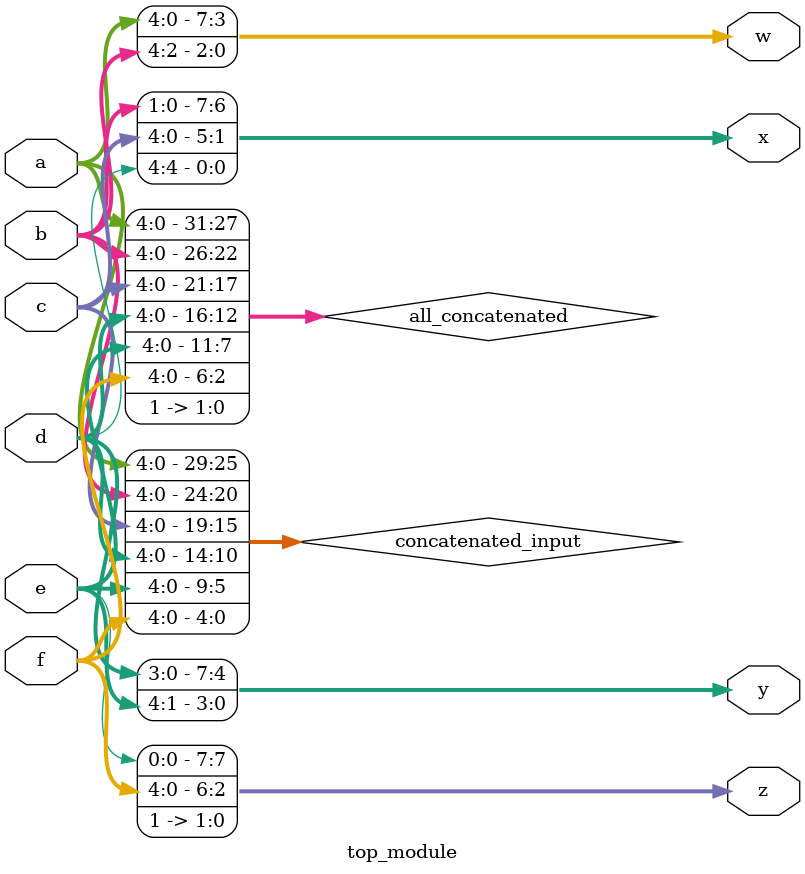
<source format=sv>
module top_module (
    input [4:0] a,
    input [4:0] b,
    input [4:0] c,
    input [4:0] d,
    input [4:0] e,
    input [4:0] f,
    output [7:0] w,
    output [7:0] x,
    output [7:0] y,
    output [7:0] z
);
    wire [29:0] concatenated_input;
    wire [31:0] all_concatenated;

    // Concatenate the input vectors
    assign concatenated_input = {a, b, c, d, e, f};
    
    // Concatenate the concatenated input with two 1 bits at the LSB positions
    assign all_concatenated = {concatenated_input, 2'b11};

    // Split the 32-bit output into four 8-bit outputs
    assign w = all_concatenated[31:24];
    assign x = all_concatenated[23:16];
    assign y = all_concatenated[15:8];
    assign z = all_concatenated[7:0];

endmodule

</source>
